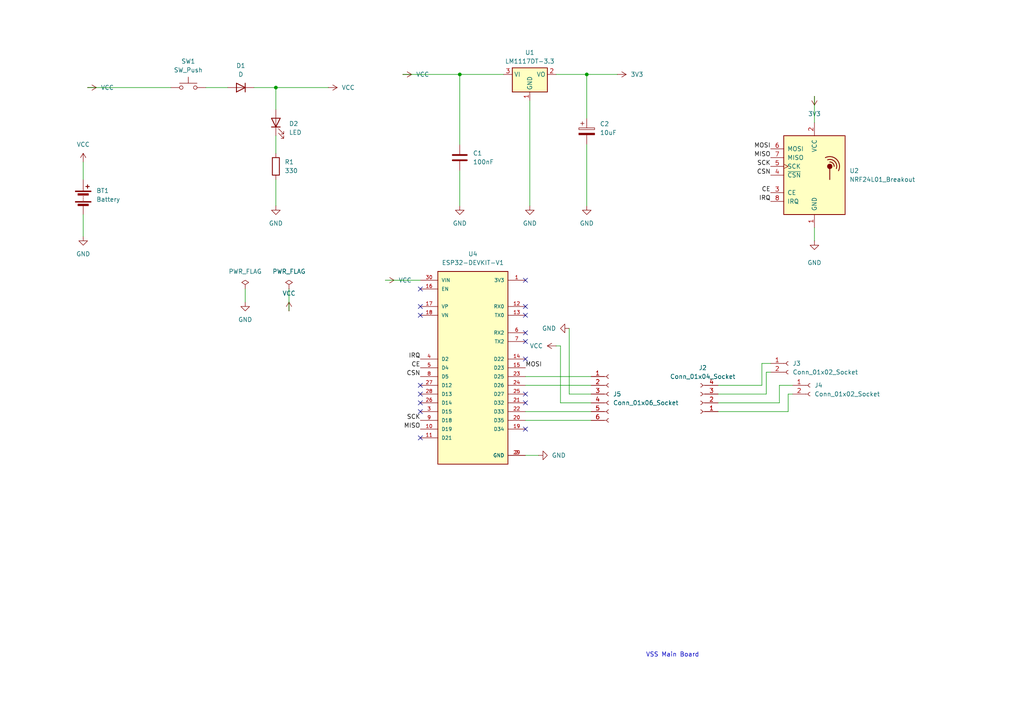
<source format=kicad_sch>
(kicad_sch (version 20231120) (generator "eeschema") (generator_version "8.0")
  (paper "A4")
  (lib_symbols
    (symbol "Connector:Conn_01x02_Socket" (pin_names (offset 1.016) hide)
      (property "Reference" "J" (at 0 2.54 0))
      (property "Value" "Conn_01x02_Socket" (at 0 -5.08 0))
      (symbol "Conn_01x02_Socket_1_1"
        (arc (start 0 -2.032) (mid -0.5058 -2.54) (end 0 -3.048) (stroke (width 0.1524)))
        (polyline (pts (xy -1.27 -2.54) (xy -0.508 -2.54)) (stroke (width 0.1524)))
        (polyline (pts (xy -1.27 0) (xy -0.508 0)) (stroke (width 0.1524)))
        (arc (start 0 0.508) (mid -0.5058 0) (end 0 -0.508) (stroke (width 0.1524)))
        (pin passive line (at -5.08 0 0) (length 3.81) (name "Pin_1") (number "1"))
        (pin passive line (at -5.08 -2.54 0) (length 3.81) (name "Pin_2") (number "2"))
      )
    )
    (symbol "Connector:Conn_01x04_Socket" (pin_names (offset 1.016) hide)
      (property "Reference" "J" (at 0 5.08 0))
      (property "Value" "Conn_01x04_Socket" (at 0 -7.62 0))
      (symbol "Conn_01x04_Socket_1_1"
        (arc (start 0 -4.572) (mid -0.5058 -5.08) (end 0 -5.588) (stroke (width 0.1524)))
        (arc (start 0 -2.032) (mid -0.5058 -2.54) (end 0 -3.048) (stroke (width 0.1524)))
        (polyline (pts (xy -1.27 -5.08) (xy -0.508 -5.08)) (stroke (width 0.1524)))
        (polyline (pts (xy -1.27 -2.54) (xy -0.508 -2.54)) (stroke (width 0.1524)))
        (polyline (pts (xy -1.27 0) (xy -0.508 0)) (stroke (width 0.1524)))
        (polyline (pts (xy -1.27 2.54) (xy -0.508 2.54)) (stroke (width 0.1524)))
        (arc (start 0 0.508) (mid -0.5058 0) (end 0 -0.508) (stroke (width 0.1524)))
        (arc (start 0 3.048) (mid -0.5058 2.54) (end 0 2.032) (stroke (width 0.1524)))
        (pin passive line (at -5.08 2.54 0) (length 3.81) (name "Pin_1") (number "1"))
        (pin passive line (at -5.08 0 0) (length 3.81) (name "Pin_2") (number "2"))
        (pin passive line (at -5.08 -2.54 0) (length 3.81) (name "Pin_3") (number "3"))
        (pin passive line (at -5.08 -5.08 0) (length 3.81) (name "Pin_4") (number "4"))
      )
    )
    (symbol "Connector:Conn_01x06_Socket" (pin_names (offset 1.016) hide)
      (property "Reference" "J" (at 0 7.62 0))
      (property "Value" "Conn_01x06_Socket" (at 0 -10.16 0))
      (symbol "Conn_01x06_Socket_1_1"
        (arc (start 0 -7.112) (mid -0.5058 -7.62) (end 0 -8.128) (stroke (width 0.1524)))
        (arc (start 0 -4.572) (mid -0.5058 -5.08) (end 0 -5.588) (stroke (width 0.1524)))
        (arc (start 0 -2.032) (mid -0.5058 -2.54) (end 0 -3.048) (stroke (width 0.1524)))
        (polyline (pts (xy -1.27 -7.62) (xy -0.508 -7.62)) (stroke (width 0.1524)))
        (polyline (pts (xy -1.27 -5.08) (xy -0.508 -5.08)) (stroke (width 0.1524)))
        (polyline (pts (xy -1.27 -2.54) (xy -0.508 -2.54)) (stroke (width 0.1524)))
        (polyline (pts (xy -1.27 0) (xy -0.508 0)) (stroke (width 0.1524)))
        (polyline (pts (xy -1.27 2.54) (xy -0.508 2.54)) (stroke (width 0.1524)))
        (polyline (pts (xy -1.27 5.08) (xy -0.508 5.08)) (stroke (width 0.1524)))
        (arc (start 0 0.508) (mid -0.5058 0) (end 0 -0.508) (stroke (width 0.1524)))
        (arc (start 0 3.048) (mid -0.5058 2.54) (end 0 2.032) (stroke (width 0.1524)))
        (arc (start 0 5.588) (mid -0.5058 5.08) (end 0 4.572) (stroke (width 0.1524)))
        (pin passive line (at -5.08 5.08 0) (length 3.81) (name "Pin_1") (number "1"))
        (pin passive line (at -5.08 2.54 0) (length 3.81) (name "Pin_2") (number "2"))
        (pin passive line (at -5.08 0 0) (length 3.81) (name "Pin_3") (number "3"))
        (pin passive line (at -5.08 -2.54 0) (length 3.81) (name "Pin_4") (number "4"))
        (pin passive line (at -5.08 -5.08 0) (length 3.81) (name "Pin_5") (number "5"))
        (pin passive line (at -5.08 -7.62 0) (length 3.81) (name "Pin_6") (number "6"))
      )
    )
    (symbol "Device:Battery" (pin_numbers hide) (pin_names (offset 0) hide)
      (property "Reference" "BT" (at 2.54 2.54 0))
      (property "Value" "Battery" (at 2.54 0 0))
      (symbol "Battery_0_1"
        (rectangle (start -2.286 -1.27) (end 2.286 -1.524) (fill (type outline)))
        (rectangle (start -2.286 1.778) (end 2.286 1.524) (fill (type outline)))
        (rectangle (start -1.524 -2.032) (end 1.524 -2.54) (fill (type outline)))
        (rectangle (start -1.524 1.016) (end 1.524 0.508) (fill (type outline)))
        (polyline (pts (xy 0 -1.016) (xy 0 -0.762)))
        (polyline (pts (xy 0 -0.508) (xy 0 -0.254)))
        (polyline (pts (xy 0 0) (xy 0 0.254)))
        (polyline (pts (xy 0 1.778) (xy 0 2.54)))
        (polyline (pts (xy 0.762 3.048) (xy 1.778 3.048)) (stroke (width 0.254)))
        (polyline (pts (xy 1.27 3.556) (xy 1.27 2.54)) (stroke (width 0.254)))
      )
      (symbol "Battery_1_1"
        (pin passive line (at 0 5.08 270) (length 2.54) (name "+") (number "1"))
        (pin passive line (at 0 -5.08 90) (length 2.54) (name "-") (number "2"))
      )
    )
    (symbol "Device:C" (pin_numbers hide) (pin_names (offset 0.254))
      (property "Reference" "C" (at 0.635 2.54 0))
      (property "Value" "C" (at 0.635 -2.54 0))
      (symbol "C_0_1"
        (polyline (pts (xy -2.032 -0.762) (xy 2.032 -0.762)) (stroke (width 0.508)))
        (polyline (pts (xy -2.032 0.762) (xy 2.032 0.762)) (stroke (width 0.508)))
      )
      (symbol "C_1_1"
        (pin passive line (at 0 3.81 270) (length 2.794) (name "~") (number "1"))
        (pin passive line (at 0 -3.81 90) (length 2.794) (name "~") (number "2"))
      )
    )
    (symbol "Device:C_Polarized" (pin_numbers hide) (pin_names (offset 0.254))
      (property "Reference" "C" (at 0.635 2.54 0))
      (property "Value" "C_Polarized" (at 0.635 -2.54 0))
      (symbol "C_Polarized_0_1"
        (rectangle (start -2.286 0.508) (end 2.286 1.016))
        (polyline (pts (xy -1.778 2.286) (xy -0.762 2.286)))
        (polyline (pts (xy -1.27 2.794) (xy -1.27 1.778)))
        (rectangle (start 2.286 -0.508) (end -2.286 -1.016) (fill (type outline)))
      )
      (symbol "C_Polarized_1_1"
        (pin passive line (at 0 3.81 270) (length 2.794) (name "~") (number "1"))
        (pin passive line (at 0 -3.81 90) (length 2.794) (name "~") (number "2"))
      )
    )
    (symbol "Device:D" (pin_numbers hide) (pin_names (offset 1.016) hide)
      (property "Reference" "D" (at 0 2.54 0))
      (property "Value" "D" (at 0 -2.54 0))
      (symbol "D_0_1"
        (polyline (pts (xy -1.27 1.27) (xy -1.27 -1.27)) (stroke (width 0.254)))
        (polyline (pts (xy 1.27 0) (xy -1.27 0)))
        (polyline (pts (xy 1.27 1.27) (xy 1.27 -1.27) (xy -1.27 0) (xy 1.27 1.27)) (stroke (width 0.254)))
      )
      (symbol "D_1_1"
        (pin passive line (at -3.81 0 0) (length 2.54) (name "K") (number "1"))
        (pin passive line (at 3.81 0 180) (length 2.54) (name "A") (number "2"))
      )
    )
    (symbol "Device:LED" (pin_numbers hide) (pin_names (offset 1.016) hide)
      (property "Reference" "D" (at 0 2.54 0))
      (property "Value" "LED" (at 0 -2.54 0))
      (symbol "LED_0_1"
        (polyline (pts (xy -1.27 -1.27) (xy -1.27 1.27)) (stroke (width 0.254)))
        (polyline (pts (xy -1.27 0) (xy 1.27 0)))
        (polyline (pts (xy 1.27 -1.27) (xy 1.27 1.27) (xy -1.27 0) (xy 1.27 -1.27)) (stroke (width 0.254)))
        (polyline (pts (xy -3.048 -0.762) (xy -4.572 -2.286) (xy -3.81 -2.286) (xy -4.572 -2.286) (xy -4.572 -1.524)))
        (polyline (pts (xy -1.778 -0.762) (xy -3.302 -2.286) (xy -2.54 -2.286) (xy -3.302 -2.286) (xy -3.302 -1.524)))
      )
      (symbol "LED_1_1"
        (pin passive line (at -3.81 0 0) (length 2.54) (name "K") (number "1"))
        (pin passive line (at 3.81 0 180) (length 2.54) (name "A") (number "2"))
      )
    )
    (symbol "Device:R" (pin_numbers hide) (pin_names (offset 0))
      (property "Reference" "R" (at 2.032 0 90))
      (property "Value" "R" (at 0 0 90))
      (symbol "R_0_1"
        (rectangle (start -1.016 -2.54) (end 1.016 2.54) (stroke (width 0.254)))
      )
      (symbol "R_1_1"
        (pin passive line (at 0 3.81 270) (length 1.27) (name "~") (number "1"))
        (pin passive line (at 0 -3.81 90) (length 1.27) (name "~") (number "2"))
      )
    )
    (symbol "ESP32-DEVKIT-V1:ESP32-DEVKIT-V1" (pin_names (offset 1.016))
      (property "Reference" "U" (at -10.16 30.48 0))
      (property "Value" "ESP32-DEVKIT-V1" (at -10.16 -30.48 0))
      (symbol "ESP32-DEVKIT-V1_0_0"
        (rectangle (start -10.16 -27.94) (end 10.16 27.94) (stroke (width 0.254)) (fill (type background)))
        (pin output line (at 15.24 25.4 180) (length 5.08) (name "3V3") (number "1"))
        (pin bidirectional line (at -15.24 -17.78 0) (length 5.08) (name "D19") (number "10"))
        (pin bidirectional line (at -15.24 -20.32 0) (length 5.08) (name "D21") (number "11"))
        (pin input line (at 15.24 17.78 180) (length 5.08) (name "RX0") (number "12"))
        (pin output line (at 15.24 15.24 180) (length 5.08) (name "TX0") (number "13"))
        (pin bidirectional line (at 15.24 2.54 180) (length 5.08) (name "D22") (number "14"))
        (pin bidirectional line (at 15.24 0 180) (length 5.08) (name "D23") (number "15"))
        (pin input line (at -15.24 22.86 0) (length 5.08) (name "EN") (number "16"))
        (pin bidirectional line (at -15.24 17.78 0) (length 5.08) (name "VP") (number "17"))
        (pin bidirectional line (at -15.24 15.24 0) (length 5.08) (name "VN") (number "18"))
        (pin bidirectional line (at 15.24 -17.78 180) (length 5.08) (name "D34") (number "19"))
        (pin power_in line (at 15.24 -25.4 180) (length 5.08) (name "GND") (number "2"))
        (pin bidirectional line (at 15.24 -15.24 180) (length 5.08) (name "D35") (number "20"))
        (pin bidirectional line (at 15.24 -10.16 180) (length 5.08) (name "D32") (number "21"))
        (pin bidirectional line (at 15.24 -12.7 180) (length 5.08) (name "D33") (number "22"))
        (pin bidirectional line (at 15.24 -2.54 180) (length 5.08) (name "D25") (number "23"))
        (pin bidirectional line (at 15.24 -5.08 180) (length 5.08) (name "D26") (number "24"))
        (pin bidirectional line (at 15.24 -7.62 180) (length 5.08) (name "D27") (number "25"))
        (pin bidirectional line (at -15.24 -10.16 0) (length 5.08) (name "D14") (number "26"))
        (pin bidirectional line (at -15.24 -5.08 0) (length 5.08) (name "D12") (number "27"))
        (pin bidirectional line (at -15.24 -7.62 0) (length 5.08) (name "D13") (number "28"))
        (pin power_in line (at 15.24 -25.4 180) (length 5.08) (name "GND") (number "29"))
        (pin bidirectional line (at -15.24 -12.7 0) (length 5.08) (name "D15") (number "3"))
        (pin input line (at -15.24 25.4 0) (length 5.08) (name "VIN") (number "30"))
        (pin bidirectional line (at -15.24 2.54 0) (length 5.08) (name "D2") (number "4"))
        (pin bidirectional line (at -15.24 0 0) (length 5.08) (name "D4") (number "5"))
        (pin input line (at 15.24 10.16 180) (length 5.08) (name "RX2") (number "6"))
        (pin output line (at 15.24 7.62 180) (length 5.08) (name "TX2") (number "7"))
        (pin bidirectional line (at -15.24 -2.54 0) (length 5.08) (name "D5") (number "8"))
        (pin bidirectional line (at -15.24 -15.24 0) (length 5.08) (name "D18") (number "9"))
      )
    )
    (symbol "RF:NRF24L01_Breakout" (pin_names (offset 1.016))
      (property "Reference" "U" (at -8.89 12.7 0))
      (property "Value" "NRF24L01_Breakout" (at 3.81 12.7 0))
      (symbol "NRF24L01_Breakout_0_1"
        (rectangle (start -8.89 11.43) (end 8.89 -11.43) (stroke (width 0.254)) (fill (type background)))
        (polyline (pts (xy 4.445 1.905) (xy 4.445 -1.27)) (stroke (width 0.254)))
        (circle (center 4.445 2.54) (radius 0.635) (stroke (width 0.254)) (fill (type outline)))
        (arc (start 5.715 2.54) (mid 5.3521 3.4546) (end 4.445 3.81) (stroke (width 0.254)))
        (arc (start 6.35 1.905) (mid 5.8763 3.9854) (end 3.81 4.445) (stroke (width 0.254)))
        (arc (start 6.985 1.27) (mid 6.453 4.548) (end 3.175 5.08) (stroke (width 0.254)))
      )
      (symbol "NRF24L01_Breakout_1_1"
        (pin power_in line (at 0 -15.24 90) (length 3.81) (name "GND") (number "1"))
        (pin power_in line (at 0 15.24 270) (length 3.81) (name "VCC") (number "2"))
        (pin input line (at -12.7 -5.08 0) (length 3.81) (name "CE") (number "3"))
        (pin input line (at -12.7 0 0) (length 3.81) (name "~{CSN}") (number "4"))
        (pin input clock (at -12.7 2.54 0) (length 3.81) (name "SCK") (number "5"))
        (pin input line (at -12.7 7.62 0) (length 3.81) (name "MOSI") (number "6"))
        (pin output line (at -12.7 5.08 0) (length 3.81) (name "MISO") (number "7"))
        (pin output line (at -12.7 -7.62 0) (length 3.81) (name "IRQ") (number "8"))
      )
    )
    (symbol "Regulator_Linear:LM1117T-3.3"
      (property "Reference" "U" (at -3.81 3.175 0))
      (property "Value" "LM1117T-3.3" (at 0 3.175 0))
      (symbol "LM1117T-3.3_0_1"
        (rectangle (start -5.08 -5.08) (end 5.08 1.905) (stroke (width 0.254)) (fill (type background)))
      )
      (symbol "LM1117T-3.3_1_1"
        (pin power_in line (at 0 -7.62 90) (length 2.54) (name "GND") (number "1"))
        (pin power_out line (at 7.62 0 180) (length 2.54) (name "VO") (number "2"))
        (pin power_in line (at -7.62 0 0) (length 2.54) (name "VI") (number "3"))
      )
    )
    (symbol "Switch:SW_Push" (pin_numbers hide) (pin_names (offset 1.016) hide)
      (property "Reference" "SW" (at 1.27 2.54 0))
      (property "Value" "SW_Push" (at 0 -1.524 0))
      (symbol "SW_Push_0_1"
        (circle (center -2.032 0) (radius 0.508))
        (polyline (pts (xy 0 1.27) (xy 0 3.048)))
        (polyline (pts (xy 2.54 1.27) (xy -2.54 1.27)))
        (circle (center 2.032 0) (radius 0.508))
        (pin passive line (at -5.08 0 0) (length 2.54) (name "1") (number "1"))
        (pin passive line (at 5.08 0 180) (length 2.54) (name "2") (number "2"))
      )
    )
    (symbol "power:+3.3V" (power) (pin_numbers hide) (pin_names (offset 0) hide)
      (property "Value" "+3.3V" (at 0 3.556 0))
      (symbol "+3.3V_0_1"
        (polyline (pts (xy -0.762 1.27) (xy 0 2.54)))
        (polyline (pts (xy 0 0) (xy 0 2.54)))
        (polyline (pts (xy 0 2.54) (xy 0.762 1.27)))
      )
      (symbol "+3.3V_1_1"
        (pin power_in line (at 0 0 90) (length 0) (name "~") (number "1"))
      )
    )
    (symbol "power:GND" (power) (pin_numbers hide) (pin_names (offset 0) hide)
      (property "Value" "GND" (at 0 -3.81 0))
      (symbol "GND_0_1"
        (polyline (pts (xy 0 0) (xy 0 -1.27) (xy 1.27 -1.27) (xy 0 -2.54) (xy -1.27 -1.27) (xy 0 -1.27)))
      )
      (symbol "GND_1_1"
        (pin power_in line (at 0 0 270) (length 0) (name "~") (number "1"))
      )
    )
    (symbol "power:PWR_FLAG" (power) (pin_numbers hide) (pin_names (offset 0) hide)
      (property "Value" "PWR_FLAG" (at 0 3.81 0))
      (symbol "PWR_FLAG_0_0"
        (pin power_out line (at 0 0 90) (length 0) (name "~") (number "1"))
      )
      (symbol "PWR_FLAG_0_1"
        (polyline (pts (xy 0 0) (xy 0 1.27) (xy -1.016 1.905) (xy 0 2.54) (xy 1.016 1.905) (xy 0 1.27)))
      )
    )
    (symbol "power:VCC" (power) (pin_numbers hide) (pin_names (offset 0) hide)
      (property "Value" "VCC" (at 0 3.556 0))
      (symbol "VCC_0_1"
        (polyline (pts (xy -0.762 1.27) (xy 0 2.54)))
        (polyline (pts (xy 0 0) (xy 0 2.54)))
        (polyline (pts (xy 0 2.54) (xy 0.762 1.27)))
      )
      (symbol "VCC_1_1"
        (pin power_in line (at 0 0 90) (length 0) (name "~") (number "1"))
      )
    )
  )
  (junction (at 133.35 21.59))
  (junction (at 170.18 21.59))
  (junction (at 80.01 25.4))
  (no_connect (at 152.4 91.44))
  (no_connect (at 152.4 114.3))
  (no_connect (at 121.92 91.44))
  (no_connect (at 152.4 104.14))
  (no_connect (at 121.92 114.3))
  (no_connect (at 152.4 81.28))
  (no_connect (at 121.92 83.82))
  (no_connect (at 152.4 99.06))
  (no_connect (at 152.4 124.46))
  (no_connect (at 152.4 88.9))
  (no_connect (at 152.4 116.84))
  (no_connect (at 121.92 119.38))
  (no_connect (at 121.92 127))
  (no_connect (at 121.92 116.84))
  (no_connect (at 121.92 88.9))
  (no_connect (at 121.92 111.76))
  (no_connect (at 152.4 96.52))
  (wire (pts (xy 133.35 21.59) (xy 146.05 21.59)))
  (wire (pts (xy 152.4 121.92) (xy 171.45 121.92)))
  (wire (pts (xy 116.84 21.59) (xy 133.35 21.59)))
  (wire (pts (xy 24.13 46.99) (xy 24.13 52.07)))
  (wire (pts (xy 59.69 25.4) (xy 66.04 25.4)))
  (wire (pts (xy 226.06 116.84) (xy 226.06 111.76)))
  (wire (pts (xy 228.6 119.38) (xy 228.6 114.3)))
  (wire (pts (xy 80.01 39.37) (xy 80.01 44.45)))
  (wire (pts (xy 170.18 21.59) (xy 179.07 21.59)))
  (wire (pts (xy 152.4 132.08) (xy 156.21 132.08)))
  (wire (pts (xy 152.4 109.22) (xy 171.45 109.22)))
  (wire (pts (xy 162.56 100.33) (xy 162.56 116.84)))
  (wire (pts (xy 153.67 29.21) (xy 153.67 59.69)))
  (wire (pts (xy 236.22 66.04) (xy 236.22 69.85)))
  (wire (pts (xy 226.06 111.76) (xy 229.87 111.76)))
  (wire (pts (xy 208.28 119.38) (xy 228.6 119.38)))
  (wire (pts (xy 133.35 49.53) (xy 133.35 59.69)))
  (wire (pts (xy 111.76 81.28) (xy 121.92 81.28)))
  (wire (pts (xy 165.1 114.3) (xy 171.45 114.3)))
  (wire (pts (xy 80.01 25.4) (xy 80.01 31.75)))
  (wire (pts (xy 162.56 116.84) (xy 171.45 116.84)))
  (wire (pts (xy 80.01 52.07) (xy 80.01 59.69)))
  (wire (pts (xy 133.35 21.59) (xy 133.35 41.91)))
  (wire (pts (xy 73.66 25.4) (xy 80.01 25.4)))
  (wire (pts (xy 165.1 114.3) (xy 165.1 95.25)))
  (wire (pts (xy 152.4 111.76) (xy 171.45 111.76)))
  (wire (pts (xy 220.98 105.41) (xy 223.52 105.41)))
  (wire (pts (xy 228.6 114.3) (xy 229.87 114.3)))
  (wire (pts (xy 24.13 62.23) (xy 24.13 68.58)))
  (wire (pts (xy 161.29 21.59) (xy 170.18 21.59)))
  (wire (pts (xy 80.01 25.4) (xy 95.25 25.4)))
  (wire (pts (xy 222.25 114.3) (xy 208.28 114.3)))
  (wire (pts (xy 170.18 21.59) (xy 170.18 34.29)))
  (wire (pts (xy 222.25 107.95) (xy 222.25 114.3)))
  (wire (pts (xy 220.98 105.41) (xy 220.98 111.76)))
  (wire (pts (xy 236.22 27.94) (xy 236.22 35.56)))
  (wire (pts (xy 220.98 111.76) (xy 208.28 111.76)))
  (wire (pts (xy 152.4 119.38) (xy 171.45 119.38)))
  (wire (pts (xy 83.82 83.82) (xy 83.82 90.17)))
  (wire (pts (xy 208.28 116.84) (xy 226.06 116.84)))
  (wire (pts (xy 222.25 107.95) (xy 223.52 107.95)))
  (wire (pts (xy 161.29 100.33) (xy 162.56 100.33)))
  (wire (pts (xy 170.18 41.91) (xy 170.18 59.69)))
  (wire (pts (xy 71.12 83.82) (xy 71.12 87.63)))
  (wire (pts (xy 25.4 25.4) (xy 49.53 25.4)))
  (text "VSS Main Board" (at 195.072 189.992 0) (effects (font (size 1.27 1.27))))
  (label "CE" (at 223.52 55.88 180))
  (label "IRQ" (at 121.92 104.14 180))
  (label "CSN" (at 223.52 50.8 180))
  (label "MISO" (at 223.52 45.72 180))
  (label "SCK" (at 223.52 48.26 180))
  (label "CE" (at 121.92 106.68 180))
  (label "MOSI" (at 223.52 43.18 180))
  (label "CSN" (at 121.92 109.22 180))
  (label "MISO" (at 121.92 124.46 180))
  (label "MOSI" (at 152.4 106.68 0))
  (label "SCK" (at 121.92 121.92 180))
  (label "IRQ" (at 223.52 58.42 180))
  (symbol (lib_id "Device:D") (at 69.85 25.4 180) (unit 1)
    (property "Reference" "D1" (at 69.85 19.05 0))
    (property "Value" "D" (at 69.85 21.59 0))
    (property "Footprint" "Diode_THT:D_A-405_P5.08mm_Vertical_AnodeUp" (effects (hide yes)))
    (property "Description" "Diode" (effects (hide yes)))
    (property "Sim.Device" "D" (effects (hide yes)))
    (property "Sim.Pins" "1=K 2=A" (effects (hide yes)))
  )
  (symbol (lib_id "Device:C") (at 133.35 45.72 0) (unit 1)
    (property "Reference" "C1" (at 137.16 44.4499 0) (effects (justify left)))
    (property "Value" "100nF" (at 137.16 46.9899 0) (effects (justify left)))
    (property "Footprint" "Capacitor_THT:CP_Radial_D5.0mm_P2.50mm" (effects (hide yes)))
    (property "Description" "Unpolarized capacitor" (effects (hide yes)))
  )
  (symbol (lib_id "Switch:SW_Push") (at 54.61 25.4 0) (unit 1)
    (property "Reference" "SW1" (at 54.61 17.78 0))
    (property "Value" "SW_Push" (at 54.61 20.32 0))
    (property "Footprint" "Button_Switch_THT:SW_Slide-03_Wuerth-WS-SLTV_10x2.5x6.4_P2.54mm" (effects (hide yes)))
    (property "Description" "Push button switch, generic, two pins" (effects (hide yes)))
  )
  (symbol (lib_id "power:GND") (at 236.22 69.85 0) (unit 1)
    (property "Reference" "#PWR09" (effects (hide yes)))
    (property "Value" "GND" (at 236.22 76.2 0))
    (property "Description" "Power symbol creates a global label with name \"GND\" , ground" (effects (hide yes)))
  )
  (symbol (lib_id "power:GND") (at 80.01 59.69 0) (unit 1)
    (property "Reference" "#PWR013" (effects (hide yes)))
    (property "Value" "GND" (at 80.01 64.77 0))
    (property "Description" "Power symbol creates a global label with name \"GND\" , ground" (effects (hide yes)))
  )
  (symbol (lib_id "power:VCC") (at 95.25 25.4 270) (unit 1)
    (property "Reference" "#PWR03" (effects (hide yes)))
    (property "Value" "VCC" (at 99.06 25.3999 90) (effects (justify left)))
    (property "Description" "Power symbol creates a global label with name \"VCC\"" (effects (hide yes)))
  )
  (symbol (lib_id "power:VCC") (at 24.13 46.99 0) (unit 1)
    (property "Reference" "#PWR01" (effects (hide yes)))
    (property "Value" "VCC" (at 24.13 41.91 0))
    (property "Description" "Power symbol creates a global label with name \"VCC\"" (effects (hide yes)))
  )
  (symbol (lib_id "power:GND") (at 170.18 59.69 0) (unit 1)
    (property "Reference" "#PWR08" (effects (hide yes)))
    (property "Value" "GND" (at 170.18 64.77 0))
    (property "Description" "Power symbol creates a global label with name \"GND\" , ground" (effects (hide yes)))
  )
  (symbol (lib_id "Device:C_Polarized") (at 170.18 38.1 0) (unit 1)
    (property "Reference" "C2" (at 173.99 35.9409 0) (effects (justify left)))
    (property "Value" "10uF" (at 173.99 38.4809 0) (effects (justify left)))
    (property "Footprint" "Capacitor_THT:CP_Radial_D5.0mm_P2.50mm" (effects (hide yes)))
    (property "Description" "Polarized capacitor" (effects (hide yes)))
  )
  (symbol (lib_id "power:VCC") (at 116.84 21.59 270) (unit 1)
    (property "Reference" "#PWR04" (effects (hide yes)))
    (property "Value" "VCC" (at 120.65 21.5899 90) (effects (justify left)))
    (property "Description" "Power symbol creates a global label with name \"VCC\"" (effects (hide yes)))
  )
  (symbol (lib_id "Device:Battery") (at 24.13 57.15 0) (unit 1)
    (property "Reference" "BT1" (at 27.94 55.3084 0) (effects (justify left)))
    (property "Value" "Battery" (at 27.94 57.8484 0) (effects (justify left)))
    (property "Footprint" "Connector_PinHeader_2.54mm:PinHeader_1x02_P2.54mm_Horizontal" (effects (hide yes)))
    (property "Description" "Multiple-cell battery" (effects (hide yes)))
  )
  (symbol (lib_id "power:GND") (at 71.12 87.63 0) (unit 1)
    (property "Reference" "#PWR02" (effects (hide yes)))
    (property "Value" "GND" (at 71.12 92.71 0))
    (property "Description" "Power symbol creates a global label with name \"GND\" , ground" (effects (hide yes)))
  )
  (symbol (lib_id "Connector:Conn_01x06_Socket") (at 176.53 114.3 0) (unit 1)
    (property "Reference" "J5" (at 177.8 114.2999 0) (effects (justify left)))
    (property "Value" "Conn_01x06_Socket" (at 177.8 116.8399 0) (effects (justify left)))
    (property "Footprint" "Connector_PinSocket_2.54mm:PinSocket_1x06_P2.54mm_Horizontal" (effects (hide yes)))
    (property "Description" "Generic connector, single row, 01x06, script generated" (effects (hide yes)))
  )
  (symbol (lib_id "power:GND") (at 156.21 132.08 90) (unit 1)
    (property "Reference" "#PWR016" (effects (hide yes)))
    (property "Value" "GND" (at 160.02 132.0799 90) (effects (justify right)))
    (property "Description" "Power symbol creates a global label with name \"GND\" , ground" (effects (hide yes)))
  )
  (symbol (lib_id "power:VCC") (at 111.76 81.28 270) (unit 1)
    (property "Reference" "#PWR015" (effects (hide yes)))
    (property "Value" "VCC" (at 115.57 81.2799 90) (effects (justify left)))
    (property "Description" "Power symbol creates a global label with name \"VCC\"" (effects (hide yes)))
  )
  (symbol (lib_id "RF:NRF24L01_Breakout") (at 236.22 50.8 0) (unit 1)
    (property "Reference" "U2" (at 246.38 49.5299 0) (effects (justify left)))
    (property "Value" "NRF24L01_Breakout" (at 246.38 52.0699 0) (effects (justify left)))
    (property "Footprint" "RF_Module:nRF24L01_Breakout" (effects (hide yes)))
    (property "Datasheet" "http://www.nordicsemi.com/eng/content/download/2730/34105/file/nRF24L01_Product_Specification_v2_0.pdf" (effects (hide yes)))
    (property "Description" "Ultra low power 2.4GHz RF Transceiver, Carrier PCB" (effects (hide yes)))
  )
  (symbol (lib_id "power:GND") (at 133.35 59.69 0) (unit 1)
    (property "Reference" "#PWR05" (effects (hide yes)))
    (property "Value" "GND" (at 133.35 64.77 0))
    (property "Description" "Power symbol creates a global label with name \"GND\" , ground" (effects (hide yes)))
  )
  (symbol (lib_id "power:GND") (at 24.13 68.58 0) (unit 1)
    (property "Reference" "#PWR012" (effects (hide yes)))
    (property "Value" "GND" (at 24.13 73.66 0))
    (property "Description" "Power symbol creates a global label with name \"GND\" , ground" (effects (hide yes)))
  )
  (symbol (lib_id "Connector:Conn_01x02_Socket") (at 234.95 111.76 0) (unit 1)
    (property "Reference" "J4" (at 236.22 111.7599 0) (effects (justify left)))
    (property "Value" "Conn_01x02_Socket" (at 236.22 114.2999 0) (effects (justify left)))
    (property "Footprint" "Connector_PinSocket_2.54mm:PinSocket_1x02_P2.54mm_Horizontal" (effects (hide yes)))
    (property "Description" "Generic connector, single row, 01x02, script generated" (effects (hide yes)))
  )
  (symbol (lib_id "power:+3.3V") (at 236.22 27.94 180) (unit 1)
    (property "Reference" "#PWR010" (effects (hide yes)))
    (property "Value" "3V3" (at 236.22 33.02 0))
    (property "Description" "Power symbol creates a global label with name \"+3.3V\"" (effects (hide yes)))
  )
  (symbol (lib_id "power:GND") (at 153.67 59.69 0) (unit 1)
    (property "Reference" "#PWR06" (effects (hide yes)))
    (property "Value" "GND" (at 153.67 64.77 0))
    (property "Description" "Power symbol creates a global label with name \"GND\" , ground" (effects (hide yes)))
  )
  (symbol (lib_id "power:PWR_FLAG") (at 71.12 83.82 0) (unit 1)
    (property "Reference" "#FLG01" (effects (hide yes)))
    (property "Value" "PWR_FLAG" (at 71.12 78.74 0))
    (property "Description" "Special symbol for telling ERC where power comes from" (effects (hide yes)))
  )
  (symbol (lib_id "Device:R") (at 80.01 48.26 0) (unit 1)
    (property "Reference" "R1" (at 82.55 46.9899 0) (effects (justify left)))
    (property "Value" "330" (at 82.55 49.5299 0) (effects (justify left)))
    (property "Footprint" "Resistor_THT:R_Axial_DIN0207_L6.3mm_D2.5mm_P7.62mm_Horizontal" (effects (hide yes)))
    (property "Description" "Resistor" (effects (hide yes)))
  )
  (symbol (lib_id "Regulator_Linear:LM1117T-3.3") (at 153.67 21.59 0) (unit 1)
    (property "Reference" "U1" (at 153.67 15.24 0))
    (property "Value" "LM1117DT-3.3" (at 153.67 17.78 0))
    (property "Footprint" "Package_TO_SOT_THT:TO-220-3_Horizontal_TabDown" (effects (hide yes)))
    (property "Datasheet" "http://www.ti.com/lit/ds/symlink/lm1117.pdf" (effects (hide yes)))
    (property "Description" "800mA Low-Dropout Linear Regulator, 3.3V fixed output, TO-220" (effects (hide yes)))
    (property "MF" "Texas Instruments" (effects (hide yes)))
    (property "Description_1" "\nLinear Voltage Regulator IC Positive Fixed 1 Output 800mA TO-220-3\n" (effects (hide yes)))
    (property "PACKAGE" "TO-220" (effects (hide yes)))
    (property "MPN" "LM1117T-3.3" (effects (hide yes)))
    (property "Price" "None" (effects (hide yes)))
    (property "Package" "TO-220-3 TEXAS INSTRUMENTS" (effects (hide yes)))
    (property "OC_FARNELL" "9485813" (effects (hide yes)))
    (property "SnapEDA_Link" "https://www.snapeda.com/parts/LM1117T-3.3/Texas+Instruments/view-part/?ref=snap" (effects (hide yes)))
    (property "MP" "LM1117T-3.3" (effects (hide yes)))
    (property "Purchase-URL" "https://www.snapeda.com/api/url_track_click_mouser/?unipart_id=51942&manufacturer=Texas Instruments&part_name=LM1117T-3.3&search_term=None" (effects (hide yes)))
    (property "SUPPLIER" "NATIONAL SEMICONDUCTOR" (effects (hide yes)))
    (property "OC_NEWARK" "41K3490" (effects (hide yes)))
    (property "Availability" "In Stock" (effects (hide yes)))
    (property "Check_prices" "https://www.snapeda.com/parts/LM1117T-3.3/Texas+Instruments/view-part/?ref=eda" (effects (hide yes)))
  )
  (symbol (lib_id "Device:LED") (at 80.01 35.56 90) (unit 1)
    (property "Reference" "D2" (at 83.82 35.8774 90) (effects (justify right)))
    (property "Value" "LED" (at 83.82 38.4174 90) (effects (justify right)))
    (property "Footprint" "LED_THT:LED_D5.0mm" (effects (hide yes)))
    (property "Description" "Light emitting diode" (effects (hide yes)))
  )
  (symbol (lib_id "Connector:Conn_01x04_Socket") (at 203.2 116.84 180) (unit 1)
    (property "Reference" "J2" (at 203.835 106.68 0))
    (property "Value" "Conn_01x04_Socket" (at 203.835 109.22 0))
    (property "Footprint" "Connector_PinSocket_2.54mm:PinSocket_1x04_P2.54mm_Horizontal" (effects (hide yes)))
    (property "Description" "Generic connector, single row, 01x04, script generated" (effects (hide yes)))
  )
  (symbol (lib_id "power:VCC") (at 83.82 90.17 0) (unit 1)
    (property "Reference" "#PWR014" (effects (hide yes)))
    (property "Value" "VCC" (at 83.82 85.09 0))
    (property "Description" "Power symbol creates a global label with name \"VCC\"" (effects (hide yes)))
  )
  (symbol (lib_id "power:PWR_FLAG") (at 83.82 83.82 0) (unit 1)
    (property "Reference" "#FLG02" (effects (hide yes)))
    (property "Value" "PWR_FLAG" (at 83.82 78.74 0))
    (property "Description" "Special symbol for telling ERC where power comes from" (effects (hide yes)))
  )
  (symbol (lib_id "ESP32-DEVKIT-V1:ESP32-DEVKIT-V1") (at 137.16 106.68 0) (unit 1)
    (property "Reference" "U4" (at 137.16 73.66 0))
    (property "Value" "ESP32-DEVKIT-V1" (at 137.16 76.2 0))
    (property "Footprint" "ESP32-DEVKIT-V1:MODULE_ESP32_DEVKIT_V1" (effects (hide yes)))
    (property "MF" "Do it" (effects (hide yes)))
    (property "MAXIMUM_PACKAGE_HEIGHT" "6.8 mm" (effects (hide yes)))
    (property "Package" "None" (effects (hide yes)))
    (property "Price" "None" (effects (hide yes)))
    (property "Check_prices" "https://www.snapeda.com/parts/ESP32-DEVKIT-V1/Do+it/view-part/?ref=eda" (effects (hide yes)))
    (property "STANDARD" "Manufacturer Recommendations" (effects (hide yes)))
    (property "PARTREV" "N/A" (effects (hide yes)))
    (property "SnapEDA_Link" "https://www.snapeda.com/parts/ESP32-DEVKIT-V1/Do+it/view-part/?ref=snap" (effects (hide yes)))
    (property "MP" "ESP32-DEVKIT-V1" (effects (hide yes)))
    (property "Description_1" "\nDual core, Wi-Fi: 2.4 GHz up to 150 Mbits/s,BLE (Bluetooth Low Energy) and legacy Bluetooth, 32 bits, Up to 240 MHz\n" (effects (hide yes)))
    (property "Availability" "Not in stock" (effects (hide yes)))
    (property "MANUFACTURER" "DOIT" (effects (hide yes)))
  )
  (symbol (lib_id "power:VCC") (at 161.29 100.33 90) (unit 1)
    (property "Reference" "#PWR020" (effects (hide yes)))
    (property "Value" "VCC" (at 157.48 100.3299 90) (effects (justify left)))
    (property "Description" "Power symbol creates a global label with name \"VCC\"" (effects (hide yes)))
  )
  (symbol (lib_id "power:GND") (at 165.1 95.25 270) (unit 1)
    (property "Reference" "#PWR019" (effects (hide yes)))
    (property "Value" "GND" (at 161.29 95.2499 90) (effects (justify right)))
    (property "Description" "Power symbol creates a global label with name \"GND\" , ground" (effects (hide yes)))
  )
  (symbol (lib_id "power:+3.3V") (at 179.07 21.59 270) (unit 1)
    (property "Reference" "#PWR07" (effects (hide yes)))
    (property "Value" "3V3" (at 182.88 21.5899 90) (effects (justify left)))
    (property "Description" "Power symbol creates a global label with name \"+3.3V\"" (effects (hide yes)))
  )
  (symbol (lib_id "Connector:Conn_01x02_Socket") (at 228.6 105.41 0) (unit 1)
    (property "Reference" "J3" (at 229.87 105.4099 0) (effects (justify left)))
    (property "Value" "Conn_01x02_Socket" (at 229.87 107.9499 0) (effects (justify left)))
    (property "Footprint" "Connector_PinSocket_2.54mm:PinSocket_1x02_P2.54mm_Horizontal" (effects (hide yes)))
    (property "Description" "Generic connector, single row, 01x02, script generated" (effects (hide yes)))
  )
  (symbol (lib_id "power:VCC") (at 25.4 25.4 270) (unit 1)
    (property "Reference" "#PWR011" (effects (hide yes)))
    (property "Value" "VCC" (at 29.21 25.3999 90) (effects (justify left)))
    (property "Description" "Power symbol creates a global label with name \"VCC\"" (effects (hide yes)))
  )
)
</source>
